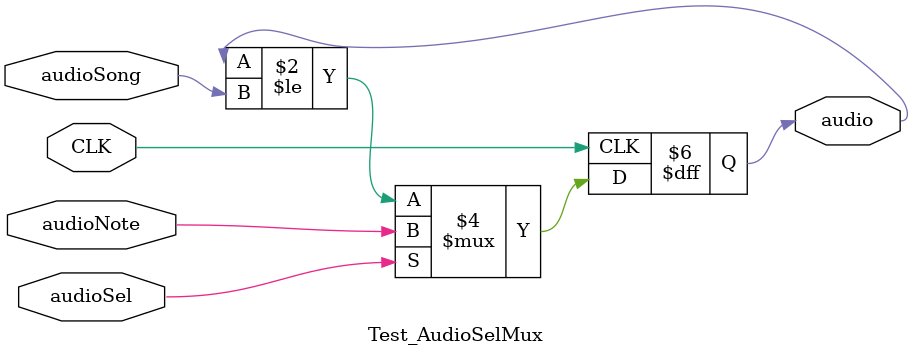
<source format=v>
`timescale 1ns / 1ps


module Test_AudioSelMux(input CLK,
                        input audioNote, 
                        input audioSong,
                        input audioSel,
                        output reg audio
                        );
                        
       always@(posedge CLK) begin
            if(audioSel) audio <= audioNote;
            else audio <= audio <= audioSong;
      end
endmodule

</source>
